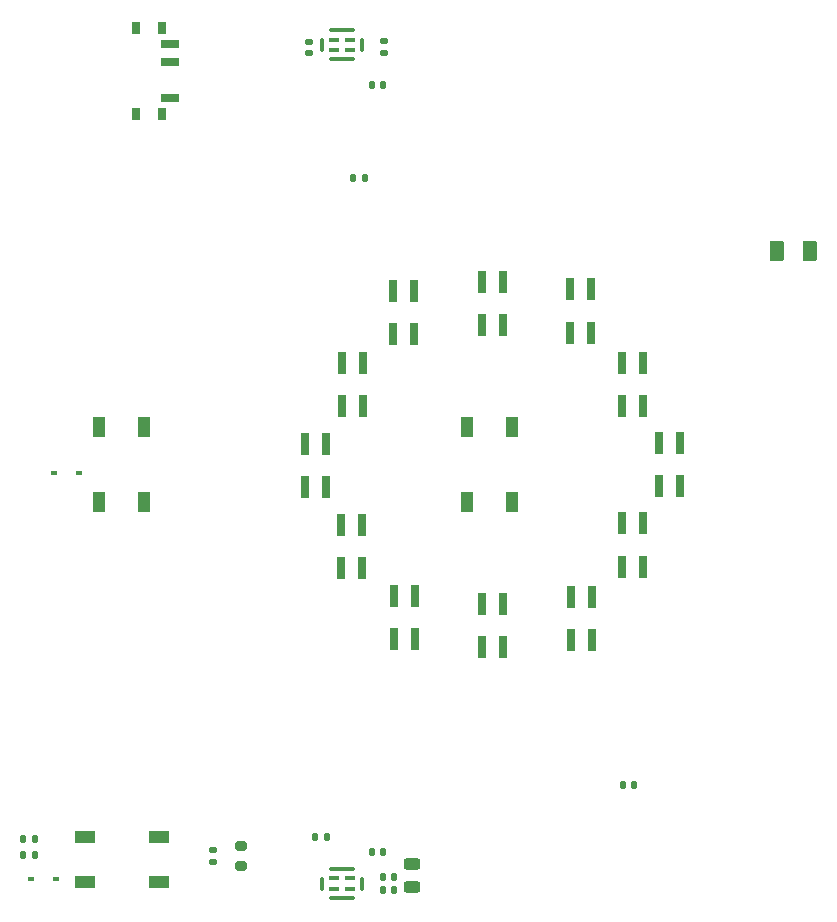
<source format=gbr>
G04 #@! TF.GenerationSoftware,KiCad,Pcbnew,(6.0.7)*
G04 #@! TF.CreationDate,2022-07-29T08:46:11-07:00*
G04 #@! TF.ProjectId,SJ-201-R10,534a2d32-3031-42d5-9231-302e6b696361,rev?*
G04 #@! TF.SameCoordinates,Original*
G04 #@! TF.FileFunction,Paste,Bot*
G04 #@! TF.FilePolarity,Positive*
%FSLAX46Y46*%
G04 Gerber Fmt 4.6, Leading zero omitted, Abs format (unit mm)*
G04 Created by KiCad (PCBNEW (6.0.7)) date 2022-07-29 08:46:11*
%MOMM*%
%LPD*%
G01*
G04 APERTURE LIST*
G04 Aperture macros list*
%AMRoundRect*
0 Rectangle with rounded corners*
0 $1 Rounding radius*
0 $2 $3 $4 $5 $6 $7 $8 $9 X,Y pos of 4 corners*
0 Add a 4 corners polygon primitive as box body*
4,1,4,$2,$3,$4,$5,$6,$7,$8,$9,$2,$3,0*
0 Add four circle primitives for the rounded corners*
1,1,$1+$1,$2,$3*
1,1,$1+$1,$4,$5*
1,1,$1+$1,$6,$7*
1,1,$1+$1,$8,$9*
0 Add four rect primitives between the rounded corners*
20,1,$1+$1,$2,$3,$4,$5,0*
20,1,$1+$1,$4,$5,$6,$7,0*
20,1,$1+$1,$6,$7,$8,$9,0*
20,1,$1+$1,$8,$9,$2,$3,0*%
G04 Aperture macros list end*
%ADD10R,0.800000X1.900000*%
%ADD11R,0.950000X0.400000*%
%ADD12RoundRect,0.150150X0.024850X0.499850X-0.024850X0.499850X-0.024850X-0.499850X0.024850X-0.499850X0*%
%ADD13RoundRect,0.150150X-0.999850X0.024850X-0.999850X-0.024850X0.999850X-0.024850X0.999850X0.024850X0*%
%ADD14RoundRect,0.147500X0.147500X0.172500X-0.147500X0.172500X-0.147500X-0.172500X0.147500X-0.172500X0*%
%ADD15RoundRect,0.147500X0.172500X-0.147500X0.172500X0.147500X-0.172500X0.147500X-0.172500X-0.147500X0*%
%ADD16R,1.000000X1.700000*%
%ADD17RoundRect,0.147500X-0.147500X-0.172500X0.147500X-0.172500X0.147500X0.172500X-0.147500X0.172500X0*%
%ADD18R,1.700000X1.000000*%
%ADD19R,0.800000X1.000000*%
%ADD20R,1.500000X0.700000*%
%ADD21RoundRect,0.243750X0.456250X-0.243750X0.456250X0.243750X-0.456250X0.243750X-0.456250X-0.243750X0*%
%ADD22R,0.600000X0.450000*%
%ADD23RoundRect,0.140000X0.140000X0.170000X-0.140000X0.170000X-0.140000X-0.170000X0.140000X-0.170000X0*%
%ADD24RoundRect,0.140000X-0.140000X-0.170000X0.140000X-0.170000X0.140000X0.170000X-0.140000X0.170000X0*%
%ADD25RoundRect,0.135000X-0.185000X0.135000X-0.185000X-0.135000X0.185000X-0.135000X0.185000X0.135000X0*%
%ADD26RoundRect,0.200000X-0.275000X0.200000X-0.275000X-0.200000X0.275000X-0.200000X0.275000X0.200000X0*%
%ADD27RoundRect,0.250000X-0.375000X-0.625000X0.375000X-0.625000X0.375000X0.625000X-0.375000X0.625000X0*%
G04 APERTURE END LIST*
D10*
G04 #@! TO.C,D11*
X59367780Y-43743720D03*
X61147780Y-43743720D03*
X61147780Y-47423720D03*
X59367780Y-47423720D03*
G04 #@! TD*
G04 #@! TO.C,D12*
X56218180Y-36936520D03*
X57998180Y-36936520D03*
X57998180Y-40616520D03*
X56218180Y-40616520D03*
G04 #@! TD*
D11*
G04 #@! TO.C,U10*
X31879000Y-9615000D03*
X33229000Y-9615000D03*
D12*
X34279000Y-10040000D03*
D13*
X32554000Y-8815000D03*
D12*
X30829000Y-10040000D03*
D13*
X32554000Y-11265000D03*
D11*
X31879000Y-10465000D03*
X33229000Y-10465000D03*
G04 #@! TD*
D10*
G04 #@! TO.C,D10*
X56268980Y-50550920D03*
X58048980Y-50550920D03*
X58048980Y-54230920D03*
X56268980Y-54230920D03*
G04 #@! TD*
G04 #@! TO.C,D9*
X51900180Y-56748520D03*
X53680180Y-56748520D03*
X53680180Y-60428520D03*
X51900180Y-60428520D03*
G04 #@! TD*
G04 #@! TO.C,D13*
X51849380Y-30738920D03*
X53629380Y-30738920D03*
X53629380Y-34418920D03*
X51849380Y-34418920D03*
G04 #@! TD*
D11*
G04 #@! TO.C,U11*
X31879000Y-80615000D03*
X33229000Y-80615000D03*
D12*
X34279000Y-81040000D03*
D13*
X32554000Y-79815000D03*
D12*
X30829000Y-81040000D03*
D13*
X32554000Y-82265000D03*
D11*
X31879000Y-81465000D03*
X33229000Y-81465000D03*
G04 #@! TD*
D10*
G04 #@! TO.C,D6*
X32494580Y-50652520D03*
X34274580Y-50652520D03*
X34274580Y-54332520D03*
X32494580Y-54332520D03*
G04 #@! TD*
G04 #@! TO.C,D5*
X29395780Y-43794520D03*
X31175780Y-43794520D03*
X31175780Y-47474520D03*
X29395780Y-47474520D03*
G04 #@! TD*
G04 #@! TO.C,D3*
X36863380Y-30840520D03*
X38643380Y-30840520D03*
X38643380Y-34520520D03*
X36863380Y-34520520D03*
G04 #@! TD*
G04 #@! TO.C,D2*
X44381780Y-30078520D03*
X46161780Y-30078520D03*
X46161780Y-33758520D03*
X44381780Y-33758520D03*
G04 #@! TD*
D14*
G04 #@! TO.C,R46*
X36045000Y-78384400D03*
X35075000Y-78384400D03*
G04 #@! TD*
D15*
G04 #@! TO.C,R44*
X36068000Y-10695800D03*
X36068000Y-9725800D03*
G04 #@! TD*
G04 #@! TO.C,R43*
X29718000Y-10746600D03*
X29718000Y-9776600D03*
G04 #@! TD*
D16*
G04 #@! TO.C,S1*
X15818020Y-48720000D03*
X15818020Y-42420000D03*
X12018020Y-42420000D03*
X12018020Y-48720000D03*
G04 #@! TD*
G04 #@! TO.C,S3*
X46950800Y-42413400D03*
X46950800Y-48713400D03*
X43150800Y-48713400D03*
X43150800Y-42413400D03*
G04 #@! TD*
D17*
G04 #@! TO.C,R45*
X30299800Y-77114400D03*
X31269800Y-77114400D03*
G04 #@! TD*
D10*
G04 #@! TO.C,D8*
X44381780Y-57358120D03*
X46161780Y-57358120D03*
X46161780Y-61038120D03*
X44381780Y-61038120D03*
G04 #@! TD*
G04 #@! TO.C,D4*
X32545380Y-36936520D03*
X34325380Y-36936520D03*
X34325380Y-40616520D03*
X32545380Y-40616520D03*
G04 #@! TD*
D18*
G04 #@! TO.C,S2*
X10768020Y-77072000D03*
X17068020Y-77072000D03*
X10768020Y-80872000D03*
X17068020Y-80872000D03*
G04 #@! TD*
D10*
G04 #@! TO.C,D7*
X36914180Y-56697720D03*
X38694180Y-56697720D03*
X38694180Y-60377720D03*
X36914180Y-60377720D03*
G04 #@! TD*
D14*
G04 #@! TO.C,C58*
X36959400Y-81594960D03*
X35989400Y-81594960D03*
G04 #@! TD*
G04 #@! TO.C,C56*
X36959400Y-80518000D03*
X35989400Y-80518000D03*
G04 #@! TD*
D19*
G04 #@! TO.C,SW1*
X15123200Y-15892800D03*
X17333200Y-8592800D03*
X15123200Y-8592800D03*
X17333200Y-15892800D03*
D20*
X17983200Y-14492800D03*
X17983200Y-11492800D03*
X17983200Y-9992800D03*
G04 #@! TD*
D21*
G04 #@! TO.C,FB6*
X38506400Y-81303100D03*
X38506400Y-79428100D03*
G04 #@! TD*
D22*
G04 #@! TO.C,D17*
X8150000Y-46300000D03*
X10250000Y-46300000D03*
G04 #@! TD*
D23*
G04 #@! TO.C,C9*
X6525200Y-77266800D03*
X5565200Y-77266800D03*
G04 #@! TD*
D24*
G04 #@! TO.C,C31*
X35080000Y-13462000D03*
X36040000Y-13462000D03*
G04 #@! TD*
G04 #@! TO.C,C30*
X33505200Y-21336000D03*
X34465200Y-21336000D03*
G04 #@! TD*
D23*
G04 #@! TO.C,C54*
X57280000Y-72700000D03*
X56320000Y-72700000D03*
G04 #@! TD*
D25*
G04 #@! TO.C,R13*
X21600000Y-78190000D03*
X21600000Y-79210000D03*
G04 #@! TD*
D26*
G04 #@! TO.C,R17*
X24000000Y-77875000D03*
X24000000Y-79525000D03*
G04 #@! TD*
D22*
G04 #@! TO.C,D18*
X8350000Y-80700000D03*
X6250000Y-80700000D03*
G04 #@! TD*
D23*
G04 #@! TO.C,C34*
X6525200Y-78638400D03*
X5565200Y-78638400D03*
G04 #@! TD*
D27*
G04 #@! TO.C,F1*
X69400000Y-27500000D03*
X72200000Y-27500000D03*
G04 #@! TD*
M02*

</source>
